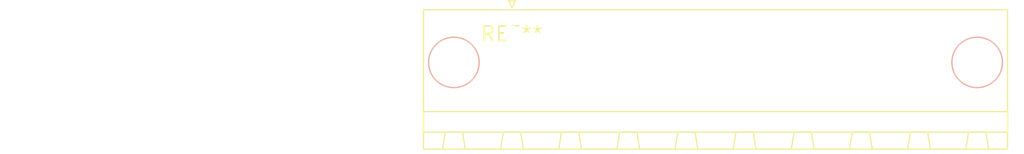
<source format=kicad_pcb>
(kicad_pcb (version 20240108) (generator pcbnew)
  (layers (0 "F.Cu" signal) (31 "B.Cu" signal) (34 "B.Paste" user) (35 "F.Paste" user) (36 "B.SilkS" user "B.Silkscreen") (37 "F.SilkS" user "F.Silkscreen") (38 "B.Mask" user) (39 "F.Mask" user) (44 "Edge.Cuts" user))
  (net 0 "")
  (footprint "PhoenixContact_MSTB_2,5_8-GF-5,08_1x08_P5.08mm_Horizontal_ThreadedFlange_MountHole" (layer "F.Cu") (at 0 0)
    (property "Reference" "REF**")
    (property "Value" "PhoenixContact_MSTB_2,5_8-GF-5,08_1x08_P5.08mm_Horizontal_ThreadedFlange_MountHole")
    (fp_circle (center -5.08 2.5) (end -2.87 2.5) (layer "B.SilkS") (stroke (width 0.12)) (fill none))
    (fp_circle (center 40.64 2.5) (end 42.85 2.5) (layer "B.SilkS") (stroke (width 0.12)) (fill none))
    (fp_line (start -7.73 -2.11) (end -7.73 10.11) (layer "F.SilkS") (stroke (width 0.12)))
    (fp_line (start -7.73 6.81) (end 43.29 6.81) (layer "F.SilkS") (stroke (width 0.12)))
    (fp_line (start -7.73 8.61) (end -7.73 6.81) (layer "F.SilkS") (stroke (width 0.12)))
    (fp_line (start -7.73 10.11) (end 43.29 10.11) (layer "F.SilkS") (stroke (width 0.12)))
    (fp_line (start -6.08 10.11) (end -4.08 10.11) (layer "F.SilkS") (stroke (width 0.12)))
    (fp_line (start -5.83 8.61) (end -6.08 10.11) (layer "F.SilkS") (stroke (width 0.12)))
    (fp_line (start -4.33 8.61) (end -5.83 8.61) (layer "F.SilkS") (stroke (width 0.12)))
    (fp_line (start -4.08 10.11) (end -4.33 8.61) (layer "F.SilkS") (stroke (width 0.12)))
    (fp_line (start -1 10.11) (end 1 10.11) (layer "F.SilkS") (stroke (width 0.12)))
    (fp_line (start -0.75 8.61) (end -1 10.11) (layer "F.SilkS") (stroke (width 0.12)))
    (fp_line (start -0.3 -2.91) (end 0.3 -2.91) (layer "F.SilkS") (stroke (width 0.12)))
    (fp_line (start 0 -2.31) (end -0.3 -2.91) (layer "F.SilkS") (stroke (width 0.12)))
    (fp_line (start 0.3 -2.91) (end 0 -2.31) (layer "F.SilkS") (stroke (width 0.12)))
    (fp_line (start 0.75 8.61) (end -0.75 8.61) (layer "F.SilkS") (stroke (width 0.12)))
    (fp_line (start 1 10.11) (end 0.75 8.61) (layer "F.SilkS") (stroke (width 0.12)))
    (fp_line (start 4.08 10.11) (end 6.08 10.11) (layer "F.SilkS") (stroke (width 0.12)))
    (fp_line (start 4.33 8.61) (end 4.08 10.11) (layer "F.SilkS") (stroke (width 0.12)))
    (fp_line (start 5.83 8.61) (end 4.33 8.61) (layer "F.SilkS") (stroke (width 0.12)))
    (fp_line (start 6.08 10.11) (end 5.83 8.61) (layer "F.SilkS") (stroke (width 0.12)))
    (fp_line (start 9.16 10.11) (end 11.16 10.11) (layer "F.SilkS") (stroke (width 0.12)))
    (fp_line (start 9.41 8.61) (end 9.16 10.11) (layer "F.SilkS") (stroke (width 0.12)))
    (fp_line (start 10.91 8.61) (end 9.41 8.61) (layer "F.SilkS") (stroke (width 0.12)))
    (fp_line (start 11.16 10.11) (end 10.91 8.61) (layer "F.SilkS") (stroke (width 0.12)))
    (fp_line (start 14.24 10.11) (end 16.24 10.11) (layer "F.SilkS") (stroke (width 0.12)))
    (fp_line (start 14.49 8.61) (end 14.24 10.11) (layer "F.SilkS") (stroke (width 0.12)))
    (fp_line (start 15.99 8.61) (end 14.49 8.61) (layer "F.SilkS") (stroke (width 0.12)))
    (fp_line (start 16.24 10.11) (end 15.99 8.61) (layer "F.SilkS") (stroke (width 0.12)))
    (fp_line (start 19.32 10.11) (end 21.32 10.11) (layer "F.SilkS") (stroke (width 0.12)))
    (fp_line (start 19.57 8.61) (end 19.32 10.11) (layer "F.SilkS") (stroke (width 0.12)))
    (fp_line (start 21.07 8.61) (end 19.57 8.61) (layer "F.SilkS") (stroke (width 0.12)))
    (fp_line (start 21.32 10.11) (end 21.07 8.61) (layer "F.SilkS") (stroke (width 0.12)))
    (fp_line (start 24.4 10.11) (end 26.4 10.11) (layer "F.SilkS") (stroke (width 0.12)))
    (fp_line (start 24.65 8.61) (end 24.4 10.11) (layer "F.SilkS") (stroke (width 0.12)))
    (fp_line (start 26.15 8.61) (end 24.65 8.61) (layer "F.SilkS") (stroke (width 0.12)))
    (fp_line (start 26.4 10.11) (end 26.15 8.61) (layer "F.SilkS") (stroke (width 0.12)))
    (fp_line (start 29.48 10.11) (end 31.48 10.11) (layer "F.SilkS") (stroke (width 0.12)))
    (fp_line (start 29.73 8.61) (end 29.48 10.11) (layer "F.SilkS") (stroke (width 0.12)))
    (fp_line (start 31.23 8.61) (end 29.73 8.61) (layer "F.SilkS") (stroke (width 0.12)))
    (fp_line (start 31.48 10.11) (end 31.23 8.61) (layer "F.SilkS") (stroke (width 0.12)))
    (fp_line (start 34.56 10.11) (end 36.56 10.11) (layer "F.SilkS") (stroke (width 0.12)))
    (fp_line (start 34.81 8.61) (end 34.56 10.11) (layer "F.SilkS") (stroke (width 0.12)))
    (fp_line (start 36.31 8.61) (end 34.81 8.61) (layer "F.SilkS") (stroke (width 0.12)))
    (fp_line (start 36.56 10.11) (end 36.31 8.61) (layer "F.SilkS") (stroke (width 0.12)))
    (fp_line (start 39.64 10.11) (end 41.64 10.11) (layer "F.SilkS") (stroke (width 0.12)))
    (fp_line (start 39.89 8.61) (end 39.64 10.11) (layer "F.SilkS") (stroke (width 0.12)))
    (fp_line (start 41.39 8.61) (end 39.89 8.61) (layer "F.SilkS") (stroke (width 0.12)))
    (fp_line (start 41.64 10.11) (end 41.39 8.61) (layer "F.SilkS") (stroke (width 0.12)))
    (fp_line (start 43.29 -2.11) (end -7.73 -2.11) (layer "F.SilkS") (stroke (width 0.12)))
    (fp_line (start 43.29 6.81) (end 43.29 8.61) (layer "F.SilkS") (stroke (width 0.12)))
    (fp_line (start 43.29 8.61) (end -7.73 8.61) (layer "F.SilkS") (stroke (width 0.12)))
    (fp_line (start 43.29 10.11) (end 43.29 -2.11) (layer "F.SilkS") (stroke (width 0.12)))
    (pad "" np_thru_hole circle (at -5.08 2.5) (size 2.4 2.4) (drill 2.4) (layers *.Cu *.Mask))
    (pad "" np_thru_hole circle (at 40.64 2.5) (size 2.4 2.4) (drill 2.4) (layers *.Cu *.Mask))
    (pad "1" thru_hole roundrect (at 0 0) (size 2.08 3.6) (drill 1.4) (layers *.Cu *.Mask) (remove_unused_layers) (roundrect_rratio 0.120192))
    (pad "2" thru_hole oval (at 5.08 0) (size 2.08 3.6) (drill 1.4) (layers *.Cu *.Mask) (remove_unused_layers))
    (pad "3" thru_hole oval (at 10.16 0) (size 2.08 3.6) (drill 1.4) (layers *.Cu *.Mask) (remove_unused_layers))
    (pad "4" thru_hole oval (at 15.24 0) (size 2.08 3.6) (drill 1.4) (layers *.Cu *.Mask) (remove_unused_layers))
    (pad "5" thru_hole oval (at 20.32 0) (size 2.08 3.6) (drill 1.4) (layers *.Cu *.Mask) (remove_unused_layers))
    (pad "6" thru_hole oval (at 25.4 0) (size 2.08 3.6) (drill 1.4) (layers *.Cu *.Mask) (remove_unused_layers))
    (pad "7" thru_hole oval (at 30.48 0) (size 2.08 3.6) (drill 1.4) (layers *.Cu *.Mask) (remove_unused_layers))
    (pad "8" thru_hole oval (at 35.56 0) (size 2.08 3.6) (drill 1.4) (layers *.Cu *.Mask) (remove_unused_layers))
  )
)
</source>
